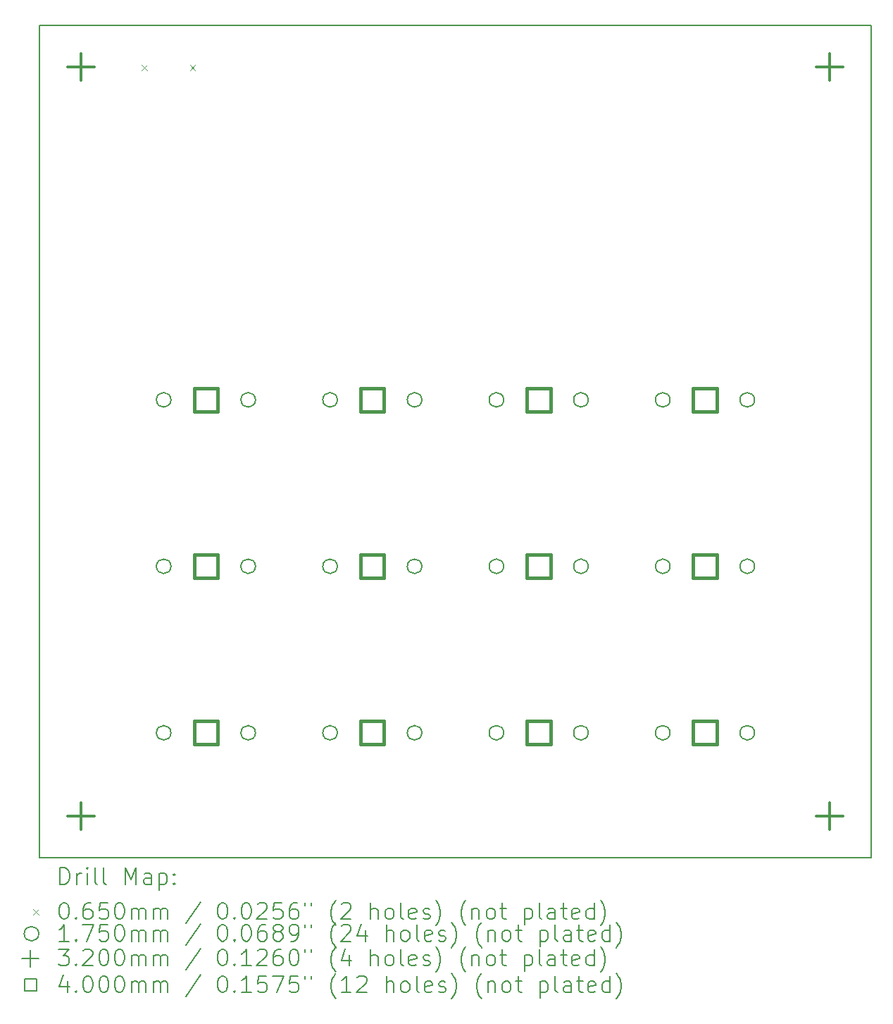
<source format=gbr>
%FSLAX45Y45*%
G04 Gerber Fmt 4.5, Leading zero omitted, Abs format (unit mm)*
G04 Created by KiCad (PCBNEW (6.0.0)) date 2022-04-22 22:09:42*
%MOMM*%
%LPD*%
G01*
G04 APERTURE LIST*
%TA.AperFunction,Profile*%
%ADD10C,0.200000*%
%TD*%
%ADD11C,0.200000*%
%ADD12C,0.065000*%
%ADD13C,0.175000*%
%ADD14C,0.320000*%
%ADD15C,0.400000*%
G04 APERTURE END LIST*
D10*
X4000000Y-3000000D02*
X14000000Y-3000000D01*
X14000000Y-3000000D02*
X14000000Y-13000000D01*
X14000000Y-13000000D02*
X4000000Y-13000000D01*
X4000000Y-13000000D02*
X4000000Y-3000000D01*
D11*
D12*
X5228500Y-3477500D02*
X5293500Y-3542500D01*
X5293500Y-3477500D02*
X5228500Y-3542500D01*
X5806500Y-3477500D02*
X5871500Y-3542500D01*
X5871500Y-3477500D02*
X5806500Y-3542500D01*
D13*
X5579500Y-7500000D02*
G75*
G03*
X5579500Y-7500000I-87500J0D01*
G01*
X5579500Y-9500000D02*
G75*
G03*
X5579500Y-9500000I-87500J0D01*
G01*
X5579500Y-11500000D02*
G75*
G03*
X5579500Y-11500000I-87500J0D01*
G01*
X6595500Y-7500000D02*
G75*
G03*
X6595500Y-7500000I-87500J0D01*
G01*
X6595500Y-9500000D02*
G75*
G03*
X6595500Y-9500000I-87500J0D01*
G01*
X6595500Y-11500000D02*
G75*
G03*
X6595500Y-11500000I-87500J0D01*
G01*
X7579500Y-7500000D02*
G75*
G03*
X7579500Y-7500000I-87500J0D01*
G01*
X7579500Y-9500000D02*
G75*
G03*
X7579500Y-9500000I-87500J0D01*
G01*
X7579500Y-11500000D02*
G75*
G03*
X7579500Y-11500000I-87500J0D01*
G01*
X8595500Y-7500000D02*
G75*
G03*
X8595500Y-7500000I-87500J0D01*
G01*
X8595500Y-9500000D02*
G75*
G03*
X8595500Y-9500000I-87500J0D01*
G01*
X8595500Y-11500000D02*
G75*
G03*
X8595500Y-11500000I-87500J0D01*
G01*
X9579500Y-7500000D02*
G75*
G03*
X9579500Y-7500000I-87500J0D01*
G01*
X9579500Y-9500000D02*
G75*
G03*
X9579500Y-9500000I-87500J0D01*
G01*
X9579500Y-11500000D02*
G75*
G03*
X9579500Y-11500000I-87500J0D01*
G01*
X10595500Y-7500000D02*
G75*
G03*
X10595500Y-7500000I-87500J0D01*
G01*
X10595500Y-9500000D02*
G75*
G03*
X10595500Y-9500000I-87500J0D01*
G01*
X10595500Y-11500000D02*
G75*
G03*
X10595500Y-11500000I-87500J0D01*
G01*
X11579500Y-7500000D02*
G75*
G03*
X11579500Y-7500000I-87500J0D01*
G01*
X11579500Y-9500000D02*
G75*
G03*
X11579500Y-9500000I-87500J0D01*
G01*
X11579500Y-11500000D02*
G75*
G03*
X11579500Y-11500000I-87500J0D01*
G01*
X12595500Y-7500000D02*
G75*
G03*
X12595500Y-7500000I-87500J0D01*
G01*
X12595500Y-9500000D02*
G75*
G03*
X12595500Y-9500000I-87500J0D01*
G01*
X12595500Y-11500000D02*
G75*
G03*
X12595500Y-11500000I-87500J0D01*
G01*
D14*
X4500000Y-3340000D02*
X4500000Y-3660000D01*
X4340000Y-3500000D02*
X4660000Y-3500000D01*
X4500000Y-12340000D02*
X4500000Y-12660000D01*
X4340000Y-12500000D02*
X4660000Y-12500000D01*
X13500000Y-3340000D02*
X13500000Y-3660000D01*
X13340000Y-3500000D02*
X13660000Y-3500000D01*
X13500000Y-12340000D02*
X13500000Y-12660000D01*
X13340000Y-12500000D02*
X13660000Y-12500000D01*
D15*
X6141423Y-7641423D02*
X6141423Y-7358577D01*
X5858577Y-7358577D01*
X5858577Y-7641423D01*
X6141423Y-7641423D01*
X6141423Y-9641423D02*
X6141423Y-9358577D01*
X5858577Y-9358577D01*
X5858577Y-9641423D01*
X6141423Y-9641423D01*
X6141423Y-11641423D02*
X6141423Y-11358577D01*
X5858577Y-11358577D01*
X5858577Y-11641423D01*
X6141423Y-11641423D01*
X8141423Y-7641423D02*
X8141423Y-7358577D01*
X7858577Y-7358577D01*
X7858577Y-7641423D01*
X8141423Y-7641423D01*
X8141423Y-9641423D02*
X8141423Y-9358577D01*
X7858577Y-9358577D01*
X7858577Y-9641423D01*
X8141423Y-9641423D01*
X8141423Y-11641423D02*
X8141423Y-11358577D01*
X7858577Y-11358577D01*
X7858577Y-11641423D01*
X8141423Y-11641423D01*
X10141423Y-7641423D02*
X10141423Y-7358577D01*
X9858577Y-7358577D01*
X9858577Y-7641423D01*
X10141423Y-7641423D01*
X10141423Y-9641423D02*
X10141423Y-9358577D01*
X9858577Y-9358577D01*
X9858577Y-9641423D01*
X10141423Y-9641423D01*
X10141423Y-11641423D02*
X10141423Y-11358577D01*
X9858577Y-11358577D01*
X9858577Y-11641423D01*
X10141423Y-11641423D01*
X12141423Y-7641423D02*
X12141423Y-7358577D01*
X11858577Y-7358577D01*
X11858577Y-7641423D01*
X12141423Y-7641423D01*
X12141423Y-9641423D02*
X12141423Y-9358577D01*
X11858577Y-9358577D01*
X11858577Y-9641423D01*
X12141423Y-9641423D01*
X12141423Y-11641423D02*
X12141423Y-11358577D01*
X11858577Y-11358577D01*
X11858577Y-11641423D01*
X12141423Y-11641423D01*
D11*
X4247619Y-13320476D02*
X4247619Y-13120476D01*
X4295238Y-13120476D01*
X4323810Y-13130000D01*
X4342857Y-13149048D01*
X4352381Y-13168095D01*
X4361905Y-13206190D01*
X4361905Y-13234762D01*
X4352381Y-13272857D01*
X4342857Y-13291905D01*
X4323810Y-13310952D01*
X4295238Y-13320476D01*
X4247619Y-13320476D01*
X4447619Y-13320476D02*
X4447619Y-13187143D01*
X4447619Y-13225238D02*
X4457143Y-13206190D01*
X4466667Y-13196667D01*
X4485714Y-13187143D01*
X4504762Y-13187143D01*
X4571429Y-13320476D02*
X4571429Y-13187143D01*
X4571429Y-13120476D02*
X4561905Y-13130000D01*
X4571429Y-13139524D01*
X4580952Y-13130000D01*
X4571429Y-13120476D01*
X4571429Y-13139524D01*
X4695238Y-13320476D02*
X4676190Y-13310952D01*
X4666667Y-13291905D01*
X4666667Y-13120476D01*
X4800000Y-13320476D02*
X4780952Y-13310952D01*
X4771429Y-13291905D01*
X4771429Y-13120476D01*
X5028571Y-13320476D02*
X5028571Y-13120476D01*
X5095238Y-13263333D01*
X5161905Y-13120476D01*
X5161905Y-13320476D01*
X5342857Y-13320476D02*
X5342857Y-13215714D01*
X5333333Y-13196667D01*
X5314286Y-13187143D01*
X5276190Y-13187143D01*
X5257143Y-13196667D01*
X5342857Y-13310952D02*
X5323810Y-13320476D01*
X5276190Y-13320476D01*
X5257143Y-13310952D01*
X5247619Y-13291905D01*
X5247619Y-13272857D01*
X5257143Y-13253809D01*
X5276190Y-13244286D01*
X5323810Y-13244286D01*
X5342857Y-13234762D01*
X5438095Y-13187143D02*
X5438095Y-13387143D01*
X5438095Y-13196667D02*
X5457143Y-13187143D01*
X5495238Y-13187143D01*
X5514286Y-13196667D01*
X5523810Y-13206190D01*
X5533333Y-13225238D01*
X5533333Y-13282381D01*
X5523810Y-13301428D01*
X5514286Y-13310952D01*
X5495238Y-13320476D01*
X5457143Y-13320476D01*
X5438095Y-13310952D01*
X5619048Y-13301428D02*
X5628571Y-13310952D01*
X5619048Y-13320476D01*
X5609524Y-13310952D01*
X5619048Y-13301428D01*
X5619048Y-13320476D01*
X5619048Y-13196667D02*
X5628571Y-13206190D01*
X5619048Y-13215714D01*
X5609524Y-13206190D01*
X5619048Y-13196667D01*
X5619048Y-13215714D01*
D12*
X3925000Y-13617500D02*
X3990000Y-13682500D01*
X3990000Y-13617500D02*
X3925000Y-13682500D01*
D11*
X4285714Y-13540476D02*
X4304762Y-13540476D01*
X4323810Y-13550000D01*
X4333333Y-13559524D01*
X4342857Y-13578571D01*
X4352381Y-13616667D01*
X4352381Y-13664286D01*
X4342857Y-13702381D01*
X4333333Y-13721428D01*
X4323810Y-13730952D01*
X4304762Y-13740476D01*
X4285714Y-13740476D01*
X4266667Y-13730952D01*
X4257143Y-13721428D01*
X4247619Y-13702381D01*
X4238095Y-13664286D01*
X4238095Y-13616667D01*
X4247619Y-13578571D01*
X4257143Y-13559524D01*
X4266667Y-13550000D01*
X4285714Y-13540476D01*
X4438095Y-13721428D02*
X4447619Y-13730952D01*
X4438095Y-13740476D01*
X4428571Y-13730952D01*
X4438095Y-13721428D01*
X4438095Y-13740476D01*
X4619048Y-13540476D02*
X4580952Y-13540476D01*
X4561905Y-13550000D01*
X4552381Y-13559524D01*
X4533333Y-13588095D01*
X4523810Y-13626190D01*
X4523810Y-13702381D01*
X4533333Y-13721428D01*
X4542857Y-13730952D01*
X4561905Y-13740476D01*
X4600000Y-13740476D01*
X4619048Y-13730952D01*
X4628571Y-13721428D01*
X4638095Y-13702381D01*
X4638095Y-13654762D01*
X4628571Y-13635714D01*
X4619048Y-13626190D01*
X4600000Y-13616667D01*
X4561905Y-13616667D01*
X4542857Y-13626190D01*
X4533333Y-13635714D01*
X4523810Y-13654762D01*
X4819048Y-13540476D02*
X4723810Y-13540476D01*
X4714286Y-13635714D01*
X4723810Y-13626190D01*
X4742857Y-13616667D01*
X4790476Y-13616667D01*
X4809524Y-13626190D01*
X4819048Y-13635714D01*
X4828571Y-13654762D01*
X4828571Y-13702381D01*
X4819048Y-13721428D01*
X4809524Y-13730952D01*
X4790476Y-13740476D01*
X4742857Y-13740476D01*
X4723810Y-13730952D01*
X4714286Y-13721428D01*
X4952381Y-13540476D02*
X4971429Y-13540476D01*
X4990476Y-13550000D01*
X5000000Y-13559524D01*
X5009524Y-13578571D01*
X5019048Y-13616667D01*
X5019048Y-13664286D01*
X5009524Y-13702381D01*
X5000000Y-13721428D01*
X4990476Y-13730952D01*
X4971429Y-13740476D01*
X4952381Y-13740476D01*
X4933333Y-13730952D01*
X4923810Y-13721428D01*
X4914286Y-13702381D01*
X4904762Y-13664286D01*
X4904762Y-13616667D01*
X4914286Y-13578571D01*
X4923810Y-13559524D01*
X4933333Y-13550000D01*
X4952381Y-13540476D01*
X5104762Y-13740476D02*
X5104762Y-13607143D01*
X5104762Y-13626190D02*
X5114286Y-13616667D01*
X5133333Y-13607143D01*
X5161905Y-13607143D01*
X5180952Y-13616667D01*
X5190476Y-13635714D01*
X5190476Y-13740476D01*
X5190476Y-13635714D02*
X5200000Y-13616667D01*
X5219048Y-13607143D01*
X5247619Y-13607143D01*
X5266667Y-13616667D01*
X5276190Y-13635714D01*
X5276190Y-13740476D01*
X5371429Y-13740476D02*
X5371429Y-13607143D01*
X5371429Y-13626190D02*
X5380952Y-13616667D01*
X5400000Y-13607143D01*
X5428571Y-13607143D01*
X5447619Y-13616667D01*
X5457143Y-13635714D01*
X5457143Y-13740476D01*
X5457143Y-13635714D02*
X5466667Y-13616667D01*
X5485714Y-13607143D01*
X5514286Y-13607143D01*
X5533333Y-13616667D01*
X5542857Y-13635714D01*
X5542857Y-13740476D01*
X5933333Y-13530952D02*
X5761905Y-13788095D01*
X6190476Y-13540476D02*
X6209524Y-13540476D01*
X6228571Y-13550000D01*
X6238095Y-13559524D01*
X6247619Y-13578571D01*
X6257143Y-13616667D01*
X6257143Y-13664286D01*
X6247619Y-13702381D01*
X6238095Y-13721428D01*
X6228571Y-13730952D01*
X6209524Y-13740476D01*
X6190476Y-13740476D01*
X6171428Y-13730952D01*
X6161905Y-13721428D01*
X6152381Y-13702381D01*
X6142857Y-13664286D01*
X6142857Y-13616667D01*
X6152381Y-13578571D01*
X6161905Y-13559524D01*
X6171428Y-13550000D01*
X6190476Y-13540476D01*
X6342857Y-13721428D02*
X6352381Y-13730952D01*
X6342857Y-13740476D01*
X6333333Y-13730952D01*
X6342857Y-13721428D01*
X6342857Y-13740476D01*
X6476190Y-13540476D02*
X6495238Y-13540476D01*
X6514286Y-13550000D01*
X6523809Y-13559524D01*
X6533333Y-13578571D01*
X6542857Y-13616667D01*
X6542857Y-13664286D01*
X6533333Y-13702381D01*
X6523809Y-13721428D01*
X6514286Y-13730952D01*
X6495238Y-13740476D01*
X6476190Y-13740476D01*
X6457143Y-13730952D01*
X6447619Y-13721428D01*
X6438095Y-13702381D01*
X6428571Y-13664286D01*
X6428571Y-13616667D01*
X6438095Y-13578571D01*
X6447619Y-13559524D01*
X6457143Y-13550000D01*
X6476190Y-13540476D01*
X6619048Y-13559524D02*
X6628571Y-13550000D01*
X6647619Y-13540476D01*
X6695238Y-13540476D01*
X6714286Y-13550000D01*
X6723809Y-13559524D01*
X6733333Y-13578571D01*
X6733333Y-13597619D01*
X6723809Y-13626190D01*
X6609524Y-13740476D01*
X6733333Y-13740476D01*
X6914286Y-13540476D02*
X6819048Y-13540476D01*
X6809524Y-13635714D01*
X6819048Y-13626190D01*
X6838095Y-13616667D01*
X6885714Y-13616667D01*
X6904762Y-13626190D01*
X6914286Y-13635714D01*
X6923809Y-13654762D01*
X6923809Y-13702381D01*
X6914286Y-13721428D01*
X6904762Y-13730952D01*
X6885714Y-13740476D01*
X6838095Y-13740476D01*
X6819048Y-13730952D01*
X6809524Y-13721428D01*
X7095238Y-13540476D02*
X7057143Y-13540476D01*
X7038095Y-13550000D01*
X7028571Y-13559524D01*
X7009524Y-13588095D01*
X7000000Y-13626190D01*
X7000000Y-13702381D01*
X7009524Y-13721428D01*
X7019048Y-13730952D01*
X7038095Y-13740476D01*
X7076190Y-13740476D01*
X7095238Y-13730952D01*
X7104762Y-13721428D01*
X7114286Y-13702381D01*
X7114286Y-13654762D01*
X7104762Y-13635714D01*
X7095238Y-13626190D01*
X7076190Y-13616667D01*
X7038095Y-13616667D01*
X7019048Y-13626190D01*
X7009524Y-13635714D01*
X7000000Y-13654762D01*
X7190476Y-13540476D02*
X7190476Y-13578571D01*
X7266667Y-13540476D02*
X7266667Y-13578571D01*
X7561905Y-13816667D02*
X7552381Y-13807143D01*
X7533333Y-13778571D01*
X7523809Y-13759524D01*
X7514286Y-13730952D01*
X7504762Y-13683333D01*
X7504762Y-13645238D01*
X7514286Y-13597619D01*
X7523809Y-13569048D01*
X7533333Y-13550000D01*
X7552381Y-13521428D01*
X7561905Y-13511905D01*
X7628571Y-13559524D02*
X7638095Y-13550000D01*
X7657143Y-13540476D01*
X7704762Y-13540476D01*
X7723809Y-13550000D01*
X7733333Y-13559524D01*
X7742857Y-13578571D01*
X7742857Y-13597619D01*
X7733333Y-13626190D01*
X7619048Y-13740476D01*
X7742857Y-13740476D01*
X7980952Y-13740476D02*
X7980952Y-13540476D01*
X8066667Y-13740476D02*
X8066667Y-13635714D01*
X8057143Y-13616667D01*
X8038095Y-13607143D01*
X8009524Y-13607143D01*
X7990476Y-13616667D01*
X7980952Y-13626190D01*
X8190476Y-13740476D02*
X8171428Y-13730952D01*
X8161905Y-13721428D01*
X8152381Y-13702381D01*
X8152381Y-13645238D01*
X8161905Y-13626190D01*
X8171428Y-13616667D01*
X8190476Y-13607143D01*
X8219048Y-13607143D01*
X8238095Y-13616667D01*
X8247619Y-13626190D01*
X8257143Y-13645238D01*
X8257143Y-13702381D01*
X8247619Y-13721428D01*
X8238095Y-13730952D01*
X8219048Y-13740476D01*
X8190476Y-13740476D01*
X8371428Y-13740476D02*
X8352381Y-13730952D01*
X8342857Y-13711905D01*
X8342857Y-13540476D01*
X8523810Y-13730952D02*
X8504762Y-13740476D01*
X8466667Y-13740476D01*
X8447619Y-13730952D01*
X8438095Y-13711905D01*
X8438095Y-13635714D01*
X8447619Y-13616667D01*
X8466667Y-13607143D01*
X8504762Y-13607143D01*
X8523810Y-13616667D01*
X8533333Y-13635714D01*
X8533333Y-13654762D01*
X8438095Y-13673809D01*
X8609524Y-13730952D02*
X8628571Y-13740476D01*
X8666667Y-13740476D01*
X8685714Y-13730952D01*
X8695238Y-13711905D01*
X8695238Y-13702381D01*
X8685714Y-13683333D01*
X8666667Y-13673809D01*
X8638095Y-13673809D01*
X8619048Y-13664286D01*
X8609524Y-13645238D01*
X8609524Y-13635714D01*
X8619048Y-13616667D01*
X8638095Y-13607143D01*
X8666667Y-13607143D01*
X8685714Y-13616667D01*
X8761905Y-13816667D02*
X8771429Y-13807143D01*
X8790476Y-13778571D01*
X8800000Y-13759524D01*
X8809524Y-13730952D01*
X8819048Y-13683333D01*
X8819048Y-13645238D01*
X8809524Y-13597619D01*
X8800000Y-13569048D01*
X8790476Y-13550000D01*
X8771429Y-13521428D01*
X8761905Y-13511905D01*
X9123810Y-13816667D02*
X9114286Y-13807143D01*
X9095238Y-13778571D01*
X9085714Y-13759524D01*
X9076190Y-13730952D01*
X9066667Y-13683333D01*
X9066667Y-13645238D01*
X9076190Y-13597619D01*
X9085714Y-13569048D01*
X9095238Y-13550000D01*
X9114286Y-13521428D01*
X9123810Y-13511905D01*
X9200000Y-13607143D02*
X9200000Y-13740476D01*
X9200000Y-13626190D02*
X9209524Y-13616667D01*
X9228571Y-13607143D01*
X9257143Y-13607143D01*
X9276190Y-13616667D01*
X9285714Y-13635714D01*
X9285714Y-13740476D01*
X9409524Y-13740476D02*
X9390476Y-13730952D01*
X9380952Y-13721428D01*
X9371429Y-13702381D01*
X9371429Y-13645238D01*
X9380952Y-13626190D01*
X9390476Y-13616667D01*
X9409524Y-13607143D01*
X9438095Y-13607143D01*
X9457143Y-13616667D01*
X9466667Y-13626190D01*
X9476190Y-13645238D01*
X9476190Y-13702381D01*
X9466667Y-13721428D01*
X9457143Y-13730952D01*
X9438095Y-13740476D01*
X9409524Y-13740476D01*
X9533333Y-13607143D02*
X9609524Y-13607143D01*
X9561905Y-13540476D02*
X9561905Y-13711905D01*
X9571429Y-13730952D01*
X9590476Y-13740476D01*
X9609524Y-13740476D01*
X9828571Y-13607143D02*
X9828571Y-13807143D01*
X9828571Y-13616667D02*
X9847619Y-13607143D01*
X9885714Y-13607143D01*
X9904762Y-13616667D01*
X9914286Y-13626190D01*
X9923810Y-13645238D01*
X9923810Y-13702381D01*
X9914286Y-13721428D01*
X9904762Y-13730952D01*
X9885714Y-13740476D01*
X9847619Y-13740476D01*
X9828571Y-13730952D01*
X10038095Y-13740476D02*
X10019048Y-13730952D01*
X10009524Y-13711905D01*
X10009524Y-13540476D01*
X10200000Y-13740476D02*
X10200000Y-13635714D01*
X10190476Y-13616667D01*
X10171429Y-13607143D01*
X10133333Y-13607143D01*
X10114286Y-13616667D01*
X10200000Y-13730952D02*
X10180952Y-13740476D01*
X10133333Y-13740476D01*
X10114286Y-13730952D01*
X10104762Y-13711905D01*
X10104762Y-13692857D01*
X10114286Y-13673809D01*
X10133333Y-13664286D01*
X10180952Y-13664286D01*
X10200000Y-13654762D01*
X10266667Y-13607143D02*
X10342857Y-13607143D01*
X10295238Y-13540476D02*
X10295238Y-13711905D01*
X10304762Y-13730952D01*
X10323810Y-13740476D01*
X10342857Y-13740476D01*
X10485714Y-13730952D02*
X10466667Y-13740476D01*
X10428571Y-13740476D01*
X10409524Y-13730952D01*
X10400000Y-13711905D01*
X10400000Y-13635714D01*
X10409524Y-13616667D01*
X10428571Y-13607143D01*
X10466667Y-13607143D01*
X10485714Y-13616667D01*
X10495238Y-13635714D01*
X10495238Y-13654762D01*
X10400000Y-13673809D01*
X10666667Y-13740476D02*
X10666667Y-13540476D01*
X10666667Y-13730952D02*
X10647619Y-13740476D01*
X10609524Y-13740476D01*
X10590476Y-13730952D01*
X10580952Y-13721428D01*
X10571429Y-13702381D01*
X10571429Y-13645238D01*
X10580952Y-13626190D01*
X10590476Y-13616667D01*
X10609524Y-13607143D01*
X10647619Y-13607143D01*
X10666667Y-13616667D01*
X10742857Y-13816667D02*
X10752381Y-13807143D01*
X10771429Y-13778571D01*
X10780952Y-13759524D01*
X10790476Y-13730952D01*
X10800000Y-13683333D01*
X10800000Y-13645238D01*
X10790476Y-13597619D01*
X10780952Y-13569048D01*
X10771429Y-13550000D01*
X10752381Y-13521428D01*
X10742857Y-13511905D01*
D13*
X3990000Y-13914000D02*
G75*
G03*
X3990000Y-13914000I-87500J0D01*
G01*
D11*
X4352381Y-14004476D02*
X4238095Y-14004476D01*
X4295238Y-14004476D02*
X4295238Y-13804476D01*
X4276190Y-13833048D01*
X4257143Y-13852095D01*
X4238095Y-13861619D01*
X4438095Y-13985428D02*
X4447619Y-13994952D01*
X4438095Y-14004476D01*
X4428571Y-13994952D01*
X4438095Y-13985428D01*
X4438095Y-14004476D01*
X4514286Y-13804476D02*
X4647619Y-13804476D01*
X4561905Y-14004476D01*
X4819048Y-13804476D02*
X4723810Y-13804476D01*
X4714286Y-13899714D01*
X4723810Y-13890190D01*
X4742857Y-13880667D01*
X4790476Y-13880667D01*
X4809524Y-13890190D01*
X4819048Y-13899714D01*
X4828571Y-13918762D01*
X4828571Y-13966381D01*
X4819048Y-13985428D01*
X4809524Y-13994952D01*
X4790476Y-14004476D01*
X4742857Y-14004476D01*
X4723810Y-13994952D01*
X4714286Y-13985428D01*
X4952381Y-13804476D02*
X4971429Y-13804476D01*
X4990476Y-13814000D01*
X5000000Y-13823524D01*
X5009524Y-13842571D01*
X5019048Y-13880667D01*
X5019048Y-13928286D01*
X5009524Y-13966381D01*
X5000000Y-13985428D01*
X4990476Y-13994952D01*
X4971429Y-14004476D01*
X4952381Y-14004476D01*
X4933333Y-13994952D01*
X4923810Y-13985428D01*
X4914286Y-13966381D01*
X4904762Y-13928286D01*
X4904762Y-13880667D01*
X4914286Y-13842571D01*
X4923810Y-13823524D01*
X4933333Y-13814000D01*
X4952381Y-13804476D01*
X5104762Y-14004476D02*
X5104762Y-13871143D01*
X5104762Y-13890190D02*
X5114286Y-13880667D01*
X5133333Y-13871143D01*
X5161905Y-13871143D01*
X5180952Y-13880667D01*
X5190476Y-13899714D01*
X5190476Y-14004476D01*
X5190476Y-13899714D02*
X5200000Y-13880667D01*
X5219048Y-13871143D01*
X5247619Y-13871143D01*
X5266667Y-13880667D01*
X5276190Y-13899714D01*
X5276190Y-14004476D01*
X5371429Y-14004476D02*
X5371429Y-13871143D01*
X5371429Y-13890190D02*
X5380952Y-13880667D01*
X5400000Y-13871143D01*
X5428571Y-13871143D01*
X5447619Y-13880667D01*
X5457143Y-13899714D01*
X5457143Y-14004476D01*
X5457143Y-13899714D02*
X5466667Y-13880667D01*
X5485714Y-13871143D01*
X5514286Y-13871143D01*
X5533333Y-13880667D01*
X5542857Y-13899714D01*
X5542857Y-14004476D01*
X5933333Y-13794952D02*
X5761905Y-14052095D01*
X6190476Y-13804476D02*
X6209524Y-13804476D01*
X6228571Y-13814000D01*
X6238095Y-13823524D01*
X6247619Y-13842571D01*
X6257143Y-13880667D01*
X6257143Y-13928286D01*
X6247619Y-13966381D01*
X6238095Y-13985428D01*
X6228571Y-13994952D01*
X6209524Y-14004476D01*
X6190476Y-14004476D01*
X6171428Y-13994952D01*
X6161905Y-13985428D01*
X6152381Y-13966381D01*
X6142857Y-13928286D01*
X6142857Y-13880667D01*
X6152381Y-13842571D01*
X6161905Y-13823524D01*
X6171428Y-13814000D01*
X6190476Y-13804476D01*
X6342857Y-13985428D02*
X6352381Y-13994952D01*
X6342857Y-14004476D01*
X6333333Y-13994952D01*
X6342857Y-13985428D01*
X6342857Y-14004476D01*
X6476190Y-13804476D02*
X6495238Y-13804476D01*
X6514286Y-13814000D01*
X6523809Y-13823524D01*
X6533333Y-13842571D01*
X6542857Y-13880667D01*
X6542857Y-13928286D01*
X6533333Y-13966381D01*
X6523809Y-13985428D01*
X6514286Y-13994952D01*
X6495238Y-14004476D01*
X6476190Y-14004476D01*
X6457143Y-13994952D01*
X6447619Y-13985428D01*
X6438095Y-13966381D01*
X6428571Y-13928286D01*
X6428571Y-13880667D01*
X6438095Y-13842571D01*
X6447619Y-13823524D01*
X6457143Y-13814000D01*
X6476190Y-13804476D01*
X6714286Y-13804476D02*
X6676190Y-13804476D01*
X6657143Y-13814000D01*
X6647619Y-13823524D01*
X6628571Y-13852095D01*
X6619048Y-13890190D01*
X6619048Y-13966381D01*
X6628571Y-13985428D01*
X6638095Y-13994952D01*
X6657143Y-14004476D01*
X6695238Y-14004476D01*
X6714286Y-13994952D01*
X6723809Y-13985428D01*
X6733333Y-13966381D01*
X6733333Y-13918762D01*
X6723809Y-13899714D01*
X6714286Y-13890190D01*
X6695238Y-13880667D01*
X6657143Y-13880667D01*
X6638095Y-13890190D01*
X6628571Y-13899714D01*
X6619048Y-13918762D01*
X6847619Y-13890190D02*
X6828571Y-13880667D01*
X6819048Y-13871143D01*
X6809524Y-13852095D01*
X6809524Y-13842571D01*
X6819048Y-13823524D01*
X6828571Y-13814000D01*
X6847619Y-13804476D01*
X6885714Y-13804476D01*
X6904762Y-13814000D01*
X6914286Y-13823524D01*
X6923809Y-13842571D01*
X6923809Y-13852095D01*
X6914286Y-13871143D01*
X6904762Y-13880667D01*
X6885714Y-13890190D01*
X6847619Y-13890190D01*
X6828571Y-13899714D01*
X6819048Y-13909238D01*
X6809524Y-13928286D01*
X6809524Y-13966381D01*
X6819048Y-13985428D01*
X6828571Y-13994952D01*
X6847619Y-14004476D01*
X6885714Y-14004476D01*
X6904762Y-13994952D01*
X6914286Y-13985428D01*
X6923809Y-13966381D01*
X6923809Y-13928286D01*
X6914286Y-13909238D01*
X6904762Y-13899714D01*
X6885714Y-13890190D01*
X7019048Y-14004476D02*
X7057143Y-14004476D01*
X7076190Y-13994952D01*
X7085714Y-13985428D01*
X7104762Y-13956857D01*
X7114286Y-13918762D01*
X7114286Y-13842571D01*
X7104762Y-13823524D01*
X7095238Y-13814000D01*
X7076190Y-13804476D01*
X7038095Y-13804476D01*
X7019048Y-13814000D01*
X7009524Y-13823524D01*
X7000000Y-13842571D01*
X7000000Y-13890190D01*
X7009524Y-13909238D01*
X7019048Y-13918762D01*
X7038095Y-13928286D01*
X7076190Y-13928286D01*
X7095238Y-13918762D01*
X7104762Y-13909238D01*
X7114286Y-13890190D01*
X7190476Y-13804476D02*
X7190476Y-13842571D01*
X7266667Y-13804476D02*
X7266667Y-13842571D01*
X7561905Y-14080667D02*
X7552381Y-14071143D01*
X7533333Y-14042571D01*
X7523809Y-14023524D01*
X7514286Y-13994952D01*
X7504762Y-13947333D01*
X7504762Y-13909238D01*
X7514286Y-13861619D01*
X7523809Y-13833048D01*
X7533333Y-13814000D01*
X7552381Y-13785428D01*
X7561905Y-13775905D01*
X7628571Y-13823524D02*
X7638095Y-13814000D01*
X7657143Y-13804476D01*
X7704762Y-13804476D01*
X7723809Y-13814000D01*
X7733333Y-13823524D01*
X7742857Y-13842571D01*
X7742857Y-13861619D01*
X7733333Y-13890190D01*
X7619048Y-14004476D01*
X7742857Y-14004476D01*
X7914286Y-13871143D02*
X7914286Y-14004476D01*
X7866667Y-13794952D02*
X7819048Y-13937809D01*
X7942857Y-13937809D01*
X8171428Y-14004476D02*
X8171428Y-13804476D01*
X8257143Y-14004476D02*
X8257143Y-13899714D01*
X8247619Y-13880667D01*
X8228571Y-13871143D01*
X8200000Y-13871143D01*
X8180952Y-13880667D01*
X8171428Y-13890190D01*
X8380952Y-14004476D02*
X8361905Y-13994952D01*
X8352381Y-13985428D01*
X8342857Y-13966381D01*
X8342857Y-13909238D01*
X8352381Y-13890190D01*
X8361905Y-13880667D01*
X8380952Y-13871143D01*
X8409524Y-13871143D01*
X8428571Y-13880667D01*
X8438095Y-13890190D01*
X8447619Y-13909238D01*
X8447619Y-13966381D01*
X8438095Y-13985428D01*
X8428571Y-13994952D01*
X8409524Y-14004476D01*
X8380952Y-14004476D01*
X8561905Y-14004476D02*
X8542857Y-13994952D01*
X8533333Y-13975905D01*
X8533333Y-13804476D01*
X8714286Y-13994952D02*
X8695238Y-14004476D01*
X8657143Y-14004476D01*
X8638095Y-13994952D01*
X8628571Y-13975905D01*
X8628571Y-13899714D01*
X8638095Y-13880667D01*
X8657143Y-13871143D01*
X8695238Y-13871143D01*
X8714286Y-13880667D01*
X8723810Y-13899714D01*
X8723810Y-13918762D01*
X8628571Y-13937809D01*
X8800000Y-13994952D02*
X8819048Y-14004476D01*
X8857143Y-14004476D01*
X8876190Y-13994952D01*
X8885714Y-13975905D01*
X8885714Y-13966381D01*
X8876190Y-13947333D01*
X8857143Y-13937809D01*
X8828571Y-13937809D01*
X8809524Y-13928286D01*
X8800000Y-13909238D01*
X8800000Y-13899714D01*
X8809524Y-13880667D01*
X8828571Y-13871143D01*
X8857143Y-13871143D01*
X8876190Y-13880667D01*
X8952381Y-14080667D02*
X8961905Y-14071143D01*
X8980952Y-14042571D01*
X8990476Y-14023524D01*
X9000000Y-13994952D01*
X9009524Y-13947333D01*
X9009524Y-13909238D01*
X9000000Y-13861619D01*
X8990476Y-13833048D01*
X8980952Y-13814000D01*
X8961905Y-13785428D01*
X8952381Y-13775905D01*
X9314286Y-14080667D02*
X9304762Y-14071143D01*
X9285714Y-14042571D01*
X9276190Y-14023524D01*
X9266667Y-13994952D01*
X9257143Y-13947333D01*
X9257143Y-13909238D01*
X9266667Y-13861619D01*
X9276190Y-13833048D01*
X9285714Y-13814000D01*
X9304762Y-13785428D01*
X9314286Y-13775905D01*
X9390476Y-13871143D02*
X9390476Y-14004476D01*
X9390476Y-13890190D02*
X9400000Y-13880667D01*
X9419048Y-13871143D01*
X9447619Y-13871143D01*
X9466667Y-13880667D01*
X9476190Y-13899714D01*
X9476190Y-14004476D01*
X9600000Y-14004476D02*
X9580952Y-13994952D01*
X9571429Y-13985428D01*
X9561905Y-13966381D01*
X9561905Y-13909238D01*
X9571429Y-13890190D01*
X9580952Y-13880667D01*
X9600000Y-13871143D01*
X9628571Y-13871143D01*
X9647619Y-13880667D01*
X9657143Y-13890190D01*
X9666667Y-13909238D01*
X9666667Y-13966381D01*
X9657143Y-13985428D01*
X9647619Y-13994952D01*
X9628571Y-14004476D01*
X9600000Y-14004476D01*
X9723810Y-13871143D02*
X9800000Y-13871143D01*
X9752381Y-13804476D02*
X9752381Y-13975905D01*
X9761905Y-13994952D01*
X9780952Y-14004476D01*
X9800000Y-14004476D01*
X10019048Y-13871143D02*
X10019048Y-14071143D01*
X10019048Y-13880667D02*
X10038095Y-13871143D01*
X10076190Y-13871143D01*
X10095238Y-13880667D01*
X10104762Y-13890190D01*
X10114286Y-13909238D01*
X10114286Y-13966381D01*
X10104762Y-13985428D01*
X10095238Y-13994952D01*
X10076190Y-14004476D01*
X10038095Y-14004476D01*
X10019048Y-13994952D01*
X10228571Y-14004476D02*
X10209524Y-13994952D01*
X10200000Y-13975905D01*
X10200000Y-13804476D01*
X10390476Y-14004476D02*
X10390476Y-13899714D01*
X10380952Y-13880667D01*
X10361905Y-13871143D01*
X10323810Y-13871143D01*
X10304762Y-13880667D01*
X10390476Y-13994952D02*
X10371429Y-14004476D01*
X10323810Y-14004476D01*
X10304762Y-13994952D01*
X10295238Y-13975905D01*
X10295238Y-13956857D01*
X10304762Y-13937809D01*
X10323810Y-13928286D01*
X10371429Y-13928286D01*
X10390476Y-13918762D01*
X10457143Y-13871143D02*
X10533333Y-13871143D01*
X10485714Y-13804476D02*
X10485714Y-13975905D01*
X10495238Y-13994952D01*
X10514286Y-14004476D01*
X10533333Y-14004476D01*
X10676190Y-13994952D02*
X10657143Y-14004476D01*
X10619048Y-14004476D01*
X10600000Y-13994952D01*
X10590476Y-13975905D01*
X10590476Y-13899714D01*
X10600000Y-13880667D01*
X10619048Y-13871143D01*
X10657143Y-13871143D01*
X10676190Y-13880667D01*
X10685714Y-13899714D01*
X10685714Y-13918762D01*
X10590476Y-13937809D01*
X10857143Y-14004476D02*
X10857143Y-13804476D01*
X10857143Y-13994952D02*
X10838095Y-14004476D01*
X10800000Y-14004476D01*
X10780952Y-13994952D01*
X10771429Y-13985428D01*
X10761905Y-13966381D01*
X10761905Y-13909238D01*
X10771429Y-13890190D01*
X10780952Y-13880667D01*
X10800000Y-13871143D01*
X10838095Y-13871143D01*
X10857143Y-13880667D01*
X10933333Y-14080667D02*
X10942857Y-14071143D01*
X10961905Y-14042571D01*
X10971429Y-14023524D01*
X10980952Y-13994952D01*
X10990476Y-13947333D01*
X10990476Y-13909238D01*
X10980952Y-13861619D01*
X10971429Y-13833048D01*
X10961905Y-13814000D01*
X10942857Y-13785428D01*
X10933333Y-13775905D01*
X3890000Y-14109000D02*
X3890000Y-14309000D01*
X3790000Y-14209000D02*
X3990000Y-14209000D01*
X4228571Y-14099476D02*
X4352381Y-14099476D01*
X4285714Y-14175667D01*
X4314286Y-14175667D01*
X4333333Y-14185190D01*
X4342857Y-14194714D01*
X4352381Y-14213762D01*
X4352381Y-14261381D01*
X4342857Y-14280428D01*
X4333333Y-14289952D01*
X4314286Y-14299476D01*
X4257143Y-14299476D01*
X4238095Y-14289952D01*
X4228571Y-14280428D01*
X4438095Y-14280428D02*
X4447619Y-14289952D01*
X4438095Y-14299476D01*
X4428571Y-14289952D01*
X4438095Y-14280428D01*
X4438095Y-14299476D01*
X4523810Y-14118524D02*
X4533333Y-14109000D01*
X4552381Y-14099476D01*
X4600000Y-14099476D01*
X4619048Y-14109000D01*
X4628571Y-14118524D01*
X4638095Y-14137571D01*
X4638095Y-14156619D01*
X4628571Y-14185190D01*
X4514286Y-14299476D01*
X4638095Y-14299476D01*
X4761905Y-14099476D02*
X4780952Y-14099476D01*
X4800000Y-14109000D01*
X4809524Y-14118524D01*
X4819048Y-14137571D01*
X4828571Y-14175667D01*
X4828571Y-14223286D01*
X4819048Y-14261381D01*
X4809524Y-14280428D01*
X4800000Y-14289952D01*
X4780952Y-14299476D01*
X4761905Y-14299476D01*
X4742857Y-14289952D01*
X4733333Y-14280428D01*
X4723810Y-14261381D01*
X4714286Y-14223286D01*
X4714286Y-14175667D01*
X4723810Y-14137571D01*
X4733333Y-14118524D01*
X4742857Y-14109000D01*
X4761905Y-14099476D01*
X4952381Y-14099476D02*
X4971429Y-14099476D01*
X4990476Y-14109000D01*
X5000000Y-14118524D01*
X5009524Y-14137571D01*
X5019048Y-14175667D01*
X5019048Y-14223286D01*
X5009524Y-14261381D01*
X5000000Y-14280428D01*
X4990476Y-14289952D01*
X4971429Y-14299476D01*
X4952381Y-14299476D01*
X4933333Y-14289952D01*
X4923810Y-14280428D01*
X4914286Y-14261381D01*
X4904762Y-14223286D01*
X4904762Y-14175667D01*
X4914286Y-14137571D01*
X4923810Y-14118524D01*
X4933333Y-14109000D01*
X4952381Y-14099476D01*
X5104762Y-14299476D02*
X5104762Y-14166143D01*
X5104762Y-14185190D02*
X5114286Y-14175667D01*
X5133333Y-14166143D01*
X5161905Y-14166143D01*
X5180952Y-14175667D01*
X5190476Y-14194714D01*
X5190476Y-14299476D01*
X5190476Y-14194714D02*
X5200000Y-14175667D01*
X5219048Y-14166143D01*
X5247619Y-14166143D01*
X5266667Y-14175667D01*
X5276190Y-14194714D01*
X5276190Y-14299476D01*
X5371429Y-14299476D02*
X5371429Y-14166143D01*
X5371429Y-14185190D02*
X5380952Y-14175667D01*
X5400000Y-14166143D01*
X5428571Y-14166143D01*
X5447619Y-14175667D01*
X5457143Y-14194714D01*
X5457143Y-14299476D01*
X5457143Y-14194714D02*
X5466667Y-14175667D01*
X5485714Y-14166143D01*
X5514286Y-14166143D01*
X5533333Y-14175667D01*
X5542857Y-14194714D01*
X5542857Y-14299476D01*
X5933333Y-14089952D02*
X5761905Y-14347095D01*
X6190476Y-14099476D02*
X6209524Y-14099476D01*
X6228571Y-14109000D01*
X6238095Y-14118524D01*
X6247619Y-14137571D01*
X6257143Y-14175667D01*
X6257143Y-14223286D01*
X6247619Y-14261381D01*
X6238095Y-14280428D01*
X6228571Y-14289952D01*
X6209524Y-14299476D01*
X6190476Y-14299476D01*
X6171428Y-14289952D01*
X6161905Y-14280428D01*
X6152381Y-14261381D01*
X6142857Y-14223286D01*
X6142857Y-14175667D01*
X6152381Y-14137571D01*
X6161905Y-14118524D01*
X6171428Y-14109000D01*
X6190476Y-14099476D01*
X6342857Y-14280428D02*
X6352381Y-14289952D01*
X6342857Y-14299476D01*
X6333333Y-14289952D01*
X6342857Y-14280428D01*
X6342857Y-14299476D01*
X6542857Y-14299476D02*
X6428571Y-14299476D01*
X6485714Y-14299476D02*
X6485714Y-14099476D01*
X6466667Y-14128048D01*
X6447619Y-14147095D01*
X6428571Y-14156619D01*
X6619048Y-14118524D02*
X6628571Y-14109000D01*
X6647619Y-14099476D01*
X6695238Y-14099476D01*
X6714286Y-14109000D01*
X6723809Y-14118524D01*
X6733333Y-14137571D01*
X6733333Y-14156619D01*
X6723809Y-14185190D01*
X6609524Y-14299476D01*
X6733333Y-14299476D01*
X6904762Y-14099476D02*
X6866667Y-14099476D01*
X6847619Y-14109000D01*
X6838095Y-14118524D01*
X6819048Y-14147095D01*
X6809524Y-14185190D01*
X6809524Y-14261381D01*
X6819048Y-14280428D01*
X6828571Y-14289952D01*
X6847619Y-14299476D01*
X6885714Y-14299476D01*
X6904762Y-14289952D01*
X6914286Y-14280428D01*
X6923809Y-14261381D01*
X6923809Y-14213762D01*
X6914286Y-14194714D01*
X6904762Y-14185190D01*
X6885714Y-14175667D01*
X6847619Y-14175667D01*
X6828571Y-14185190D01*
X6819048Y-14194714D01*
X6809524Y-14213762D01*
X7047619Y-14099476D02*
X7066667Y-14099476D01*
X7085714Y-14109000D01*
X7095238Y-14118524D01*
X7104762Y-14137571D01*
X7114286Y-14175667D01*
X7114286Y-14223286D01*
X7104762Y-14261381D01*
X7095238Y-14280428D01*
X7085714Y-14289952D01*
X7066667Y-14299476D01*
X7047619Y-14299476D01*
X7028571Y-14289952D01*
X7019048Y-14280428D01*
X7009524Y-14261381D01*
X7000000Y-14223286D01*
X7000000Y-14175667D01*
X7009524Y-14137571D01*
X7019048Y-14118524D01*
X7028571Y-14109000D01*
X7047619Y-14099476D01*
X7190476Y-14099476D02*
X7190476Y-14137571D01*
X7266667Y-14099476D02*
X7266667Y-14137571D01*
X7561905Y-14375667D02*
X7552381Y-14366143D01*
X7533333Y-14337571D01*
X7523809Y-14318524D01*
X7514286Y-14289952D01*
X7504762Y-14242333D01*
X7504762Y-14204238D01*
X7514286Y-14156619D01*
X7523809Y-14128048D01*
X7533333Y-14109000D01*
X7552381Y-14080428D01*
X7561905Y-14070905D01*
X7723809Y-14166143D02*
X7723809Y-14299476D01*
X7676190Y-14089952D02*
X7628571Y-14232809D01*
X7752381Y-14232809D01*
X7980952Y-14299476D02*
X7980952Y-14099476D01*
X8066667Y-14299476D02*
X8066667Y-14194714D01*
X8057143Y-14175667D01*
X8038095Y-14166143D01*
X8009524Y-14166143D01*
X7990476Y-14175667D01*
X7980952Y-14185190D01*
X8190476Y-14299476D02*
X8171428Y-14289952D01*
X8161905Y-14280428D01*
X8152381Y-14261381D01*
X8152381Y-14204238D01*
X8161905Y-14185190D01*
X8171428Y-14175667D01*
X8190476Y-14166143D01*
X8219048Y-14166143D01*
X8238095Y-14175667D01*
X8247619Y-14185190D01*
X8257143Y-14204238D01*
X8257143Y-14261381D01*
X8247619Y-14280428D01*
X8238095Y-14289952D01*
X8219048Y-14299476D01*
X8190476Y-14299476D01*
X8371428Y-14299476D02*
X8352381Y-14289952D01*
X8342857Y-14270905D01*
X8342857Y-14099476D01*
X8523810Y-14289952D02*
X8504762Y-14299476D01*
X8466667Y-14299476D01*
X8447619Y-14289952D01*
X8438095Y-14270905D01*
X8438095Y-14194714D01*
X8447619Y-14175667D01*
X8466667Y-14166143D01*
X8504762Y-14166143D01*
X8523810Y-14175667D01*
X8533333Y-14194714D01*
X8533333Y-14213762D01*
X8438095Y-14232809D01*
X8609524Y-14289952D02*
X8628571Y-14299476D01*
X8666667Y-14299476D01*
X8685714Y-14289952D01*
X8695238Y-14270905D01*
X8695238Y-14261381D01*
X8685714Y-14242333D01*
X8666667Y-14232809D01*
X8638095Y-14232809D01*
X8619048Y-14223286D01*
X8609524Y-14204238D01*
X8609524Y-14194714D01*
X8619048Y-14175667D01*
X8638095Y-14166143D01*
X8666667Y-14166143D01*
X8685714Y-14175667D01*
X8761905Y-14375667D02*
X8771429Y-14366143D01*
X8790476Y-14337571D01*
X8800000Y-14318524D01*
X8809524Y-14289952D01*
X8819048Y-14242333D01*
X8819048Y-14204238D01*
X8809524Y-14156619D01*
X8800000Y-14128048D01*
X8790476Y-14109000D01*
X8771429Y-14080428D01*
X8761905Y-14070905D01*
X9123810Y-14375667D02*
X9114286Y-14366143D01*
X9095238Y-14337571D01*
X9085714Y-14318524D01*
X9076190Y-14289952D01*
X9066667Y-14242333D01*
X9066667Y-14204238D01*
X9076190Y-14156619D01*
X9085714Y-14128048D01*
X9095238Y-14109000D01*
X9114286Y-14080428D01*
X9123810Y-14070905D01*
X9200000Y-14166143D02*
X9200000Y-14299476D01*
X9200000Y-14185190D02*
X9209524Y-14175667D01*
X9228571Y-14166143D01*
X9257143Y-14166143D01*
X9276190Y-14175667D01*
X9285714Y-14194714D01*
X9285714Y-14299476D01*
X9409524Y-14299476D02*
X9390476Y-14289952D01*
X9380952Y-14280428D01*
X9371429Y-14261381D01*
X9371429Y-14204238D01*
X9380952Y-14185190D01*
X9390476Y-14175667D01*
X9409524Y-14166143D01*
X9438095Y-14166143D01*
X9457143Y-14175667D01*
X9466667Y-14185190D01*
X9476190Y-14204238D01*
X9476190Y-14261381D01*
X9466667Y-14280428D01*
X9457143Y-14289952D01*
X9438095Y-14299476D01*
X9409524Y-14299476D01*
X9533333Y-14166143D02*
X9609524Y-14166143D01*
X9561905Y-14099476D02*
X9561905Y-14270905D01*
X9571429Y-14289952D01*
X9590476Y-14299476D01*
X9609524Y-14299476D01*
X9828571Y-14166143D02*
X9828571Y-14366143D01*
X9828571Y-14175667D02*
X9847619Y-14166143D01*
X9885714Y-14166143D01*
X9904762Y-14175667D01*
X9914286Y-14185190D01*
X9923810Y-14204238D01*
X9923810Y-14261381D01*
X9914286Y-14280428D01*
X9904762Y-14289952D01*
X9885714Y-14299476D01*
X9847619Y-14299476D01*
X9828571Y-14289952D01*
X10038095Y-14299476D02*
X10019048Y-14289952D01*
X10009524Y-14270905D01*
X10009524Y-14099476D01*
X10200000Y-14299476D02*
X10200000Y-14194714D01*
X10190476Y-14175667D01*
X10171429Y-14166143D01*
X10133333Y-14166143D01*
X10114286Y-14175667D01*
X10200000Y-14289952D02*
X10180952Y-14299476D01*
X10133333Y-14299476D01*
X10114286Y-14289952D01*
X10104762Y-14270905D01*
X10104762Y-14251857D01*
X10114286Y-14232809D01*
X10133333Y-14223286D01*
X10180952Y-14223286D01*
X10200000Y-14213762D01*
X10266667Y-14166143D02*
X10342857Y-14166143D01*
X10295238Y-14099476D02*
X10295238Y-14270905D01*
X10304762Y-14289952D01*
X10323810Y-14299476D01*
X10342857Y-14299476D01*
X10485714Y-14289952D02*
X10466667Y-14299476D01*
X10428571Y-14299476D01*
X10409524Y-14289952D01*
X10400000Y-14270905D01*
X10400000Y-14194714D01*
X10409524Y-14175667D01*
X10428571Y-14166143D01*
X10466667Y-14166143D01*
X10485714Y-14175667D01*
X10495238Y-14194714D01*
X10495238Y-14213762D01*
X10400000Y-14232809D01*
X10666667Y-14299476D02*
X10666667Y-14099476D01*
X10666667Y-14289952D02*
X10647619Y-14299476D01*
X10609524Y-14299476D01*
X10590476Y-14289952D01*
X10580952Y-14280428D01*
X10571429Y-14261381D01*
X10571429Y-14204238D01*
X10580952Y-14185190D01*
X10590476Y-14175667D01*
X10609524Y-14166143D01*
X10647619Y-14166143D01*
X10666667Y-14175667D01*
X10742857Y-14375667D02*
X10752381Y-14366143D01*
X10771429Y-14337571D01*
X10780952Y-14318524D01*
X10790476Y-14289952D01*
X10800000Y-14242333D01*
X10800000Y-14204238D01*
X10790476Y-14156619D01*
X10780952Y-14128048D01*
X10771429Y-14109000D01*
X10752381Y-14080428D01*
X10742857Y-14070905D01*
X3960711Y-14599711D02*
X3960711Y-14458289D01*
X3819289Y-14458289D01*
X3819289Y-14599711D01*
X3960711Y-14599711D01*
X4333333Y-14486143D02*
X4333333Y-14619476D01*
X4285714Y-14409952D02*
X4238095Y-14552809D01*
X4361905Y-14552809D01*
X4438095Y-14600428D02*
X4447619Y-14609952D01*
X4438095Y-14619476D01*
X4428571Y-14609952D01*
X4438095Y-14600428D01*
X4438095Y-14619476D01*
X4571429Y-14419476D02*
X4590476Y-14419476D01*
X4609524Y-14429000D01*
X4619048Y-14438524D01*
X4628571Y-14457571D01*
X4638095Y-14495667D01*
X4638095Y-14543286D01*
X4628571Y-14581381D01*
X4619048Y-14600428D01*
X4609524Y-14609952D01*
X4590476Y-14619476D01*
X4571429Y-14619476D01*
X4552381Y-14609952D01*
X4542857Y-14600428D01*
X4533333Y-14581381D01*
X4523810Y-14543286D01*
X4523810Y-14495667D01*
X4533333Y-14457571D01*
X4542857Y-14438524D01*
X4552381Y-14429000D01*
X4571429Y-14419476D01*
X4761905Y-14419476D02*
X4780952Y-14419476D01*
X4800000Y-14429000D01*
X4809524Y-14438524D01*
X4819048Y-14457571D01*
X4828571Y-14495667D01*
X4828571Y-14543286D01*
X4819048Y-14581381D01*
X4809524Y-14600428D01*
X4800000Y-14609952D01*
X4780952Y-14619476D01*
X4761905Y-14619476D01*
X4742857Y-14609952D01*
X4733333Y-14600428D01*
X4723810Y-14581381D01*
X4714286Y-14543286D01*
X4714286Y-14495667D01*
X4723810Y-14457571D01*
X4733333Y-14438524D01*
X4742857Y-14429000D01*
X4761905Y-14419476D01*
X4952381Y-14419476D02*
X4971429Y-14419476D01*
X4990476Y-14429000D01*
X5000000Y-14438524D01*
X5009524Y-14457571D01*
X5019048Y-14495667D01*
X5019048Y-14543286D01*
X5009524Y-14581381D01*
X5000000Y-14600428D01*
X4990476Y-14609952D01*
X4971429Y-14619476D01*
X4952381Y-14619476D01*
X4933333Y-14609952D01*
X4923810Y-14600428D01*
X4914286Y-14581381D01*
X4904762Y-14543286D01*
X4904762Y-14495667D01*
X4914286Y-14457571D01*
X4923810Y-14438524D01*
X4933333Y-14429000D01*
X4952381Y-14419476D01*
X5104762Y-14619476D02*
X5104762Y-14486143D01*
X5104762Y-14505190D02*
X5114286Y-14495667D01*
X5133333Y-14486143D01*
X5161905Y-14486143D01*
X5180952Y-14495667D01*
X5190476Y-14514714D01*
X5190476Y-14619476D01*
X5190476Y-14514714D02*
X5200000Y-14495667D01*
X5219048Y-14486143D01*
X5247619Y-14486143D01*
X5266667Y-14495667D01*
X5276190Y-14514714D01*
X5276190Y-14619476D01*
X5371429Y-14619476D02*
X5371429Y-14486143D01*
X5371429Y-14505190D02*
X5380952Y-14495667D01*
X5400000Y-14486143D01*
X5428571Y-14486143D01*
X5447619Y-14495667D01*
X5457143Y-14514714D01*
X5457143Y-14619476D01*
X5457143Y-14514714D02*
X5466667Y-14495667D01*
X5485714Y-14486143D01*
X5514286Y-14486143D01*
X5533333Y-14495667D01*
X5542857Y-14514714D01*
X5542857Y-14619476D01*
X5933333Y-14409952D02*
X5761905Y-14667095D01*
X6190476Y-14419476D02*
X6209524Y-14419476D01*
X6228571Y-14429000D01*
X6238095Y-14438524D01*
X6247619Y-14457571D01*
X6257143Y-14495667D01*
X6257143Y-14543286D01*
X6247619Y-14581381D01*
X6238095Y-14600428D01*
X6228571Y-14609952D01*
X6209524Y-14619476D01*
X6190476Y-14619476D01*
X6171428Y-14609952D01*
X6161905Y-14600428D01*
X6152381Y-14581381D01*
X6142857Y-14543286D01*
X6142857Y-14495667D01*
X6152381Y-14457571D01*
X6161905Y-14438524D01*
X6171428Y-14429000D01*
X6190476Y-14419476D01*
X6342857Y-14600428D02*
X6352381Y-14609952D01*
X6342857Y-14619476D01*
X6333333Y-14609952D01*
X6342857Y-14600428D01*
X6342857Y-14619476D01*
X6542857Y-14619476D02*
X6428571Y-14619476D01*
X6485714Y-14619476D02*
X6485714Y-14419476D01*
X6466667Y-14448048D01*
X6447619Y-14467095D01*
X6428571Y-14476619D01*
X6723809Y-14419476D02*
X6628571Y-14419476D01*
X6619048Y-14514714D01*
X6628571Y-14505190D01*
X6647619Y-14495667D01*
X6695238Y-14495667D01*
X6714286Y-14505190D01*
X6723809Y-14514714D01*
X6733333Y-14533762D01*
X6733333Y-14581381D01*
X6723809Y-14600428D01*
X6714286Y-14609952D01*
X6695238Y-14619476D01*
X6647619Y-14619476D01*
X6628571Y-14609952D01*
X6619048Y-14600428D01*
X6800000Y-14419476D02*
X6933333Y-14419476D01*
X6847619Y-14619476D01*
X7104762Y-14419476D02*
X7009524Y-14419476D01*
X7000000Y-14514714D01*
X7009524Y-14505190D01*
X7028571Y-14495667D01*
X7076190Y-14495667D01*
X7095238Y-14505190D01*
X7104762Y-14514714D01*
X7114286Y-14533762D01*
X7114286Y-14581381D01*
X7104762Y-14600428D01*
X7095238Y-14609952D01*
X7076190Y-14619476D01*
X7028571Y-14619476D01*
X7009524Y-14609952D01*
X7000000Y-14600428D01*
X7190476Y-14419476D02*
X7190476Y-14457571D01*
X7266667Y-14419476D02*
X7266667Y-14457571D01*
X7561905Y-14695667D02*
X7552381Y-14686143D01*
X7533333Y-14657571D01*
X7523809Y-14638524D01*
X7514286Y-14609952D01*
X7504762Y-14562333D01*
X7504762Y-14524238D01*
X7514286Y-14476619D01*
X7523809Y-14448048D01*
X7533333Y-14429000D01*
X7552381Y-14400428D01*
X7561905Y-14390905D01*
X7742857Y-14619476D02*
X7628571Y-14619476D01*
X7685714Y-14619476D02*
X7685714Y-14419476D01*
X7666667Y-14448048D01*
X7647619Y-14467095D01*
X7628571Y-14476619D01*
X7819048Y-14438524D02*
X7828571Y-14429000D01*
X7847619Y-14419476D01*
X7895238Y-14419476D01*
X7914286Y-14429000D01*
X7923809Y-14438524D01*
X7933333Y-14457571D01*
X7933333Y-14476619D01*
X7923809Y-14505190D01*
X7809524Y-14619476D01*
X7933333Y-14619476D01*
X8171428Y-14619476D02*
X8171428Y-14419476D01*
X8257143Y-14619476D02*
X8257143Y-14514714D01*
X8247619Y-14495667D01*
X8228571Y-14486143D01*
X8200000Y-14486143D01*
X8180952Y-14495667D01*
X8171428Y-14505190D01*
X8380952Y-14619476D02*
X8361905Y-14609952D01*
X8352381Y-14600428D01*
X8342857Y-14581381D01*
X8342857Y-14524238D01*
X8352381Y-14505190D01*
X8361905Y-14495667D01*
X8380952Y-14486143D01*
X8409524Y-14486143D01*
X8428571Y-14495667D01*
X8438095Y-14505190D01*
X8447619Y-14524238D01*
X8447619Y-14581381D01*
X8438095Y-14600428D01*
X8428571Y-14609952D01*
X8409524Y-14619476D01*
X8380952Y-14619476D01*
X8561905Y-14619476D02*
X8542857Y-14609952D01*
X8533333Y-14590905D01*
X8533333Y-14419476D01*
X8714286Y-14609952D02*
X8695238Y-14619476D01*
X8657143Y-14619476D01*
X8638095Y-14609952D01*
X8628571Y-14590905D01*
X8628571Y-14514714D01*
X8638095Y-14495667D01*
X8657143Y-14486143D01*
X8695238Y-14486143D01*
X8714286Y-14495667D01*
X8723810Y-14514714D01*
X8723810Y-14533762D01*
X8628571Y-14552809D01*
X8800000Y-14609952D02*
X8819048Y-14619476D01*
X8857143Y-14619476D01*
X8876190Y-14609952D01*
X8885714Y-14590905D01*
X8885714Y-14581381D01*
X8876190Y-14562333D01*
X8857143Y-14552809D01*
X8828571Y-14552809D01*
X8809524Y-14543286D01*
X8800000Y-14524238D01*
X8800000Y-14514714D01*
X8809524Y-14495667D01*
X8828571Y-14486143D01*
X8857143Y-14486143D01*
X8876190Y-14495667D01*
X8952381Y-14695667D02*
X8961905Y-14686143D01*
X8980952Y-14657571D01*
X8990476Y-14638524D01*
X9000000Y-14609952D01*
X9009524Y-14562333D01*
X9009524Y-14524238D01*
X9000000Y-14476619D01*
X8990476Y-14448048D01*
X8980952Y-14429000D01*
X8961905Y-14400428D01*
X8952381Y-14390905D01*
X9314286Y-14695667D02*
X9304762Y-14686143D01*
X9285714Y-14657571D01*
X9276190Y-14638524D01*
X9266667Y-14609952D01*
X9257143Y-14562333D01*
X9257143Y-14524238D01*
X9266667Y-14476619D01*
X9276190Y-14448048D01*
X9285714Y-14429000D01*
X9304762Y-14400428D01*
X9314286Y-14390905D01*
X9390476Y-14486143D02*
X9390476Y-14619476D01*
X9390476Y-14505190D02*
X9400000Y-14495667D01*
X9419048Y-14486143D01*
X9447619Y-14486143D01*
X9466667Y-14495667D01*
X9476190Y-14514714D01*
X9476190Y-14619476D01*
X9600000Y-14619476D02*
X9580952Y-14609952D01*
X9571429Y-14600428D01*
X9561905Y-14581381D01*
X9561905Y-14524238D01*
X9571429Y-14505190D01*
X9580952Y-14495667D01*
X9600000Y-14486143D01*
X9628571Y-14486143D01*
X9647619Y-14495667D01*
X9657143Y-14505190D01*
X9666667Y-14524238D01*
X9666667Y-14581381D01*
X9657143Y-14600428D01*
X9647619Y-14609952D01*
X9628571Y-14619476D01*
X9600000Y-14619476D01*
X9723810Y-14486143D02*
X9800000Y-14486143D01*
X9752381Y-14419476D02*
X9752381Y-14590905D01*
X9761905Y-14609952D01*
X9780952Y-14619476D01*
X9800000Y-14619476D01*
X10019048Y-14486143D02*
X10019048Y-14686143D01*
X10019048Y-14495667D02*
X10038095Y-14486143D01*
X10076190Y-14486143D01*
X10095238Y-14495667D01*
X10104762Y-14505190D01*
X10114286Y-14524238D01*
X10114286Y-14581381D01*
X10104762Y-14600428D01*
X10095238Y-14609952D01*
X10076190Y-14619476D01*
X10038095Y-14619476D01*
X10019048Y-14609952D01*
X10228571Y-14619476D02*
X10209524Y-14609952D01*
X10200000Y-14590905D01*
X10200000Y-14419476D01*
X10390476Y-14619476D02*
X10390476Y-14514714D01*
X10380952Y-14495667D01*
X10361905Y-14486143D01*
X10323810Y-14486143D01*
X10304762Y-14495667D01*
X10390476Y-14609952D02*
X10371429Y-14619476D01*
X10323810Y-14619476D01*
X10304762Y-14609952D01*
X10295238Y-14590905D01*
X10295238Y-14571857D01*
X10304762Y-14552809D01*
X10323810Y-14543286D01*
X10371429Y-14543286D01*
X10390476Y-14533762D01*
X10457143Y-14486143D02*
X10533333Y-14486143D01*
X10485714Y-14419476D02*
X10485714Y-14590905D01*
X10495238Y-14609952D01*
X10514286Y-14619476D01*
X10533333Y-14619476D01*
X10676190Y-14609952D02*
X10657143Y-14619476D01*
X10619048Y-14619476D01*
X10600000Y-14609952D01*
X10590476Y-14590905D01*
X10590476Y-14514714D01*
X10600000Y-14495667D01*
X10619048Y-14486143D01*
X10657143Y-14486143D01*
X10676190Y-14495667D01*
X10685714Y-14514714D01*
X10685714Y-14533762D01*
X10590476Y-14552809D01*
X10857143Y-14619476D02*
X10857143Y-14419476D01*
X10857143Y-14609952D02*
X10838095Y-14619476D01*
X10800000Y-14619476D01*
X10780952Y-14609952D01*
X10771429Y-14600428D01*
X10761905Y-14581381D01*
X10761905Y-14524238D01*
X10771429Y-14505190D01*
X10780952Y-14495667D01*
X10800000Y-14486143D01*
X10838095Y-14486143D01*
X10857143Y-14495667D01*
X10933333Y-14695667D02*
X10942857Y-14686143D01*
X10961905Y-14657571D01*
X10971429Y-14638524D01*
X10980952Y-14609952D01*
X10990476Y-14562333D01*
X10990476Y-14524238D01*
X10980952Y-14476619D01*
X10971429Y-14448048D01*
X10961905Y-14429000D01*
X10942857Y-14400428D01*
X10933333Y-14390905D01*
M02*

</source>
